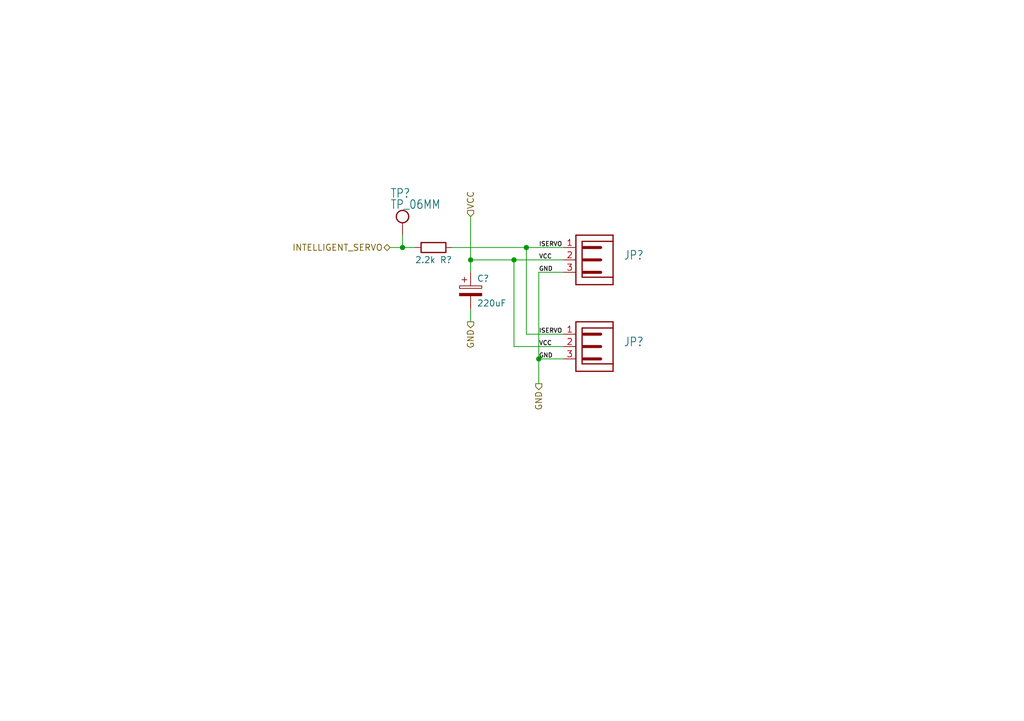
<source format=kicad_sch>
(kicad_sch (version 20211123) (generator eeschema)
  (paper "A5")
  (lib_symbols
    (symbol "Device:C_Polarized" (pin_numbers hide) (pin_names (offset 0.254))
      (property "Reference" "C" (at 0.635 2.54 0))
      (property "Value" "C_Polarized" (at 0.635 -2.54 0))
      (symbol "C_Polarized_0_1"
        (rectangle (start -2.286 0.508) (end 2.286 1.016))
        (polyline (pts (xy -1.778 2.286) (xy -0.762 2.286)))
        (polyline (pts (xy -1.27 2.794) (xy -1.27 1.778)))
        (rectangle (start 2.286 -0.508) (end -2.286 -1.016) (fill (type outline)))
      )
      (symbol "C_Polarized_1_1"
        (pin passive line (at 0 3.81 270) (length 2.794) (name "~") (number "1"))
        (pin passive line (at 0 -3.81 90) (length 2.794) (name "~") (number "2"))
      )
    )
    (symbol "Device:R" (pin_numbers hide) (pin_names (offset 0))
      (property "Reference" "R" (at 2.032 0 90))
      (property "Value" "R" (at 0 0 90))
      (symbol "R_0_1"
        (rectangle (start -1.016 -2.54) (end 1.016 2.54) (stroke (width 0.254)))
      )
      (symbol "R_1_1"
        (pin passive line (at 0 3.81 270) (length 1.27) (name "~") (number "1"))
        (pin passive line (at 0 -3.81 90) (length 1.27) (name "~") (number "2"))
      )
    )
    (symbol "RBCX-eagle-import:JST-PH3"
      (property "Reference" "P" (at -2.54 5.842 0))
      (property "Value" "JST-PH3" (at -2.54 -7.366 0))
      (symbol "JST-PH3_1_0"
        (polyline (pts (xy -2.54 -5.08) (xy 5.08 -5.08)) (stroke (width 0.254)))
        (polyline (pts (xy -2.54 -3.556) (xy -2.54 -5.08)) (stroke (width 0.254)))
        (polyline (pts (xy -2.54 3.81) (xy -2.54 -3.556)) (stroke (width 0.254)))
        (polyline (pts (xy -2.54 3.81) (xy 3.81 3.81)) (stroke (width 0.254)))
        (polyline (pts (xy -2.54 5.08) (xy -2.54 3.81)) (stroke (width 0.254)))
        (polyline (pts (xy 0 -2.54) (xy 3.556 -2.54)) (stroke (width 0.6096)))
        (polyline (pts (xy 0 0) (xy 3.556 0)) (stroke (width 0.6096)))
        (polyline (pts (xy 0 2.54) (xy 3.556 2.54)) (stroke (width 0.6096)))
        (polyline (pts (xy 3.81 -3.556) (xy -2.54 -3.556)) (stroke (width 0.254)))
        (polyline (pts (xy 3.81 3.81) (xy 3.81 -3.556)) (stroke (width 0.254)))
        (polyline (pts (xy 5.08 -5.08) (xy 5.08 5.08)) (stroke (width 0.254)))
        (polyline (pts (xy 5.08 5.08) (xy -2.54 5.08)) (stroke (width 0.254)))
        (pin passive line (at 7.62 2.54 180) (length 2.54) (name "1") (number "1"))
        (pin passive line (at 7.62 0 180) (length 2.54) (name "2") (number "2"))
        (pin passive line (at 7.62 -2.54 180) (length 2.54) (name "3") (number "3"))
      )
    )
    (symbol "RBCX-eagle-import:TP_06MM"
      (property "Reference" "TP" (at -2.54 7.62 0))
      (property "Value" "TP_06MM" (at -2.54 5.334 0))
      (symbol "TP_06MM_1_0"
        (circle (center 0 3.81) (radius 1.27) (stroke (width 0.254)))
        (pin passive line (at 0 0 90) (length 2.54) (name "TP") (number "P$1"))
      )
    )
  )
  (junction (at 96.52 53.34))
  (junction (at 110.49 73.66))
  (junction (at 82.55 50.8))
  (junction (at 107.95 50.8))
  (junction (at 105.41 53.34))
  (wire (pts (xy 105.41 71.12) (xy 105.41 53.34)))
  (wire (pts (xy 80.01 50.8) (xy 82.55 50.8)))
  (wire (pts (xy 115.57 73.66) (xy 110.49 73.66)))
  (wire (pts (xy 107.95 68.58) (xy 107.95 50.8)))
  (wire (pts (xy 96.52 66.04) (xy 96.52 63.5)))
  (wire (pts (xy 107.95 50.8) (xy 115.57 50.8)))
  (wire (pts (xy 115.57 55.88) (xy 110.49 55.88)))
  (wire (pts (xy 92.71 50.8) (xy 107.95 50.8)))
  (wire (pts (xy 96.52 53.34) (xy 96.52 55.88)))
  (wire (pts (xy 82.55 50.8) (xy 85.09 50.8)))
  (wire (pts (xy 105.41 53.34) (xy 115.57 53.34)))
  (wire (pts (xy 110.49 55.88) (xy 110.49 73.66)))
  (wire (pts (xy 110.49 73.66) (xy 110.49 78.74)))
  (wire (pts (xy 115.57 71.12) (xy 105.41 71.12)))
  (wire (pts (xy 115.57 68.58) (xy 107.95 68.58)))
  (wire (pts (xy 96.52 53.34) (xy 105.41 53.34)))
  (wire (pts (xy 82.55 48.26) (xy 82.55 50.8)))
  (wire (pts (xy 96.52 53.34) (xy 96.52 44.45)))
  (label "VCC" (at 110.49 53.34 0) (effects (font (size 0.889 0.889))))
  (label "ISERVO" (at 110.49 50.8 0) (effects (font (size 0.889 0.889))))
  (label "VCC" (at 110.49 71.12 0) (effects (font (size 0.889 0.889))))
  (label "ISERVO" (at 110.49 68.58 0) (effects (font (size 0.889 0.889))))
  (label "GND" (at 110.49 73.66 0) (effects (font (size 0.889 0.889))))
  (label "GND" (at 110.49 55.88 0) (effects (font (size 0.889 0.889))))
  (hierarchical_label "GND" (shape output) (at 110.49 78.74 270))
  (hierarchical_label "VCC" (shape input) (at 96.52 44.45 90))
  (hierarchical_label "INTELLIGENT_SERVO" (shape bidirectional) (at 80.01 50.8 180))
  (hierarchical_label "GND" (shape output) (at 96.52 66.04 270))
  (symbol (lib_id "RBCX-eagle-import:TP_06MM") (at 82.55 48.26 0) (unit 1)
    (property "Reference" "TP?" (at 80.01 40.64 0) (effects (font (size 1.778 1.5113)) (justify left bottom)))
    (property "Value" "TP_06MM" (at 80.01 42.926 0) (effects (font (size 1.778 1.5113)) (justify left bottom)))
    (property "Footprint" "RBCX:TP_06MM" (effects hide))
    (property "JLCPCB_IGNORE" "1" (effects hide))
  )
  (symbol (lib_id "Device:C_Polarized") (at 96.52 59.69 0) (unit 1)
    (property "Reference" "C?" (at 97.79 57.15 0) (effects (justify left)))
    (property "Value" "220uF" (at 97.79 62.23 0) (effects (justify left)))
    (property "Footprint" "Capacitor_SMD:CP_Elec_8x11.9" (effects hide))
    (property "Datasheet" "https://datasheet.lcsc.com/lcsc/2112131830_AISHI-Aihua-Group-SVZ1VM221FBRE00RAXXX_C2923769.pdf" (effects hide))
    (property "LCSC" "C2923769" (effects hide))
    (property "Basic/Extended" "E" (effects hide))
  )
  (symbol (lib_id "Device:R") (at 88.9 50.8 270) (unit 1)
    (property "Reference" "R?" (at 90.17 53.34 90) (effects (justify left)))
    (property "Value" "2.2k" (at 85.09 53.34 90) (effects (justify left)))
    (property "Footprint" "Resistor_SMD:R_0201_0603Metric" (effects hide))
    (property "LCSC" "C142018" (effects hide))
    (property "Basic/Extended" "E" (effects hide))
  )
  (symbol (lib_id "RBCX-eagle-import:JST-PH3") (at 123.19 71.12 0) (mirror y) (unit 1)
    (property "Reference" "JP?" (at 132.08 71.12 0) (effects (font (size 1.778 1.5113)) (justify left bottom)))
    (property "Value" "INTELIGENT_SERVO" (at 128.27 74.93 0) (effects (font (size 1.778 1.5113)) (justify right bottom)))
    (property "Footprint" "RBCX:JST-PH3" (effects hide))
    (property "LCSC" "C392534" (effects hide))
    (property "Basic/Extended" "E" (effects hide))
  )
  (symbol (lib_id "RBCX-eagle-import:JST-PH3") (at 123.19 53.34 0) (mirror y) (unit 1)
    (property "Reference" "JP?" (at 132.08 53.34 0) (effects (font (size 1.778 1.5113)) (justify left bottom)))
    (property "Value" "INTELIGENT_SERVO" (at 127 57.15 0) (effects (font (size 1.778 1.5113)) (justify right bottom)))
    (property "Footprint" "RBCX:JST-PH3" (effects hide))
    (property "LCSC" "C392534" (effects hide))
    (property "Basic/Extended" "E" (effects hide))
  )
)
</source>
